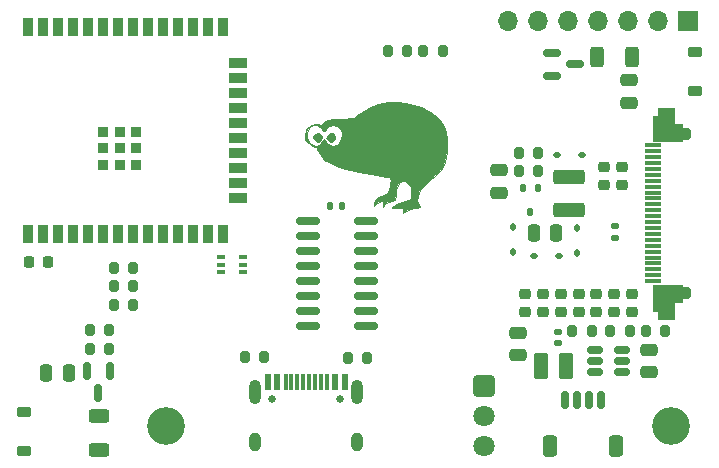
<source format=gbr>
%TF.GenerationSoftware,KiCad,Pcbnew,8.0.7*%
%TF.CreationDate,2025-01-23T23:10:57+01:00*%
%TF.ProjectId,scd30_esp,73636433-305f-4657-9370-2e6b69636164,rev?*%
%TF.SameCoordinates,Original*%
%TF.FileFunction,Soldermask,Top*%
%TF.FilePolarity,Negative*%
%FSLAX46Y46*%
G04 Gerber Fmt 4.6, Leading zero omitted, Abs format (unit mm)*
G04 Created by KiCad (PCBNEW 8.0.7) date 2025-01-23 23:10:57*
%MOMM*%
%LPD*%
G01*
G04 APERTURE LIST*
G04 Aperture macros list*
%AMRoundRect*
0 Rectangle with rounded corners*
0 $1 Rounding radius*
0 $2 $3 $4 $5 $6 $7 $8 $9 X,Y pos of 4 corners*
0 Add a 4 corners polygon primitive as box body*
4,1,4,$2,$3,$4,$5,$6,$7,$8,$9,$2,$3,0*
0 Add four circle primitives for the rounded corners*
1,1,$1+$1,$2,$3*
1,1,$1+$1,$4,$5*
1,1,$1+$1,$6,$7*
1,1,$1+$1,$8,$9*
0 Add four rect primitives between the rounded corners*
20,1,$1+$1,$2,$3,$4,$5,0*
20,1,$1+$1,$4,$5,$6,$7,0*
20,1,$1+$1,$6,$7,$8,$9,0*
20,1,$1+$1,$8,$9,$2,$3,0*%
G04 Aperture macros list end*
%ADD10C,0.010000*%
%ADD11RoundRect,0.200000X-0.200000X-0.275000X0.200000X-0.275000X0.200000X0.275000X-0.200000X0.275000X0*%
%ADD12RoundRect,0.225000X-0.250000X0.225000X-0.250000X-0.225000X0.250000X-0.225000X0.250000X0.225000X0*%
%ADD13RoundRect,0.225000X0.225000X0.250000X-0.225000X0.250000X-0.225000X-0.250000X0.225000X-0.250000X0*%
%ADD14RoundRect,0.140000X-0.170000X0.140000X-0.170000X-0.140000X0.170000X-0.140000X0.170000X0.140000X0*%
%ADD15R,1.400000X0.300000*%
%ADD16RoundRect,0.200000X0.200000X0.275000X-0.200000X0.275000X-0.200000X-0.275000X0.200000X-0.275000X0*%
%ADD17R,1.700000X1.700000*%
%ADD18O,1.700000X1.700000*%
%ADD19RoundRect,0.250000X0.625000X-0.312500X0.625000X0.312500X-0.625000X0.312500X-0.625000X-0.312500X0*%
%ADD20C,3.200000*%
%ADD21RoundRect,0.075000X0.325000X-0.075000X0.325000X0.075000X-0.325000X0.075000X-0.325000X-0.075000X0*%
%ADD22RoundRect,0.200000X0.200000X-0.300000X0.200000X0.300000X-0.200000X0.300000X-0.200000X-0.300000X0*%
%ADD23RoundRect,0.112500X0.112500X-0.187500X0.112500X0.187500X-0.112500X0.187500X-0.112500X-0.187500X0*%
%ADD24RoundRect,0.150000X-0.150000X-0.625000X0.150000X-0.625000X0.150000X0.625000X-0.150000X0.625000X0*%
%ADD25RoundRect,0.250000X-0.350000X-0.650000X0.350000X-0.650000X0.350000X0.650000X-0.350000X0.650000X0*%
%ADD26R,0.650000X0.400000*%
%ADD27C,0.650000*%
%ADD28R,0.600000X1.450000*%
%ADD29R,0.300000X1.450000*%
%ADD30O,1.000000X2.100000*%
%ADD31O,1.000000X1.600000*%
%ADD32RoundRect,0.150000X-0.587500X-0.150000X0.587500X-0.150000X0.587500X0.150000X-0.587500X0.150000X0*%
%ADD33RoundRect,0.150000X-0.825000X-0.150000X0.825000X-0.150000X0.825000X0.150000X-0.825000X0.150000X0*%
%ADD34RoundRect,0.250000X0.475000X-0.250000X0.475000X0.250000X-0.475000X0.250000X-0.475000X-0.250000X0*%
%ADD35RoundRect,0.250000X0.312500X0.625000X-0.312500X0.625000X-0.312500X-0.625000X0.312500X-0.625000X0*%
%ADD36R,0.900000X1.500000*%
%ADD37R,1.500000X0.900000*%
%ADD38R,0.900000X0.900000*%
%ADD39RoundRect,0.250000X-1.075000X0.375000X-1.075000X-0.375000X1.075000X-0.375000X1.075000X0.375000X0*%
%ADD40RoundRect,0.250000X-0.250000X-0.475000X0.250000X-0.475000X0.250000X0.475000X-0.250000X0.475000X0*%
%ADD41RoundRect,0.140000X0.140000X0.170000X-0.140000X0.170000X-0.140000X-0.170000X0.140000X-0.170000X0*%
%ADD42RoundRect,0.112500X-0.187500X-0.112500X0.187500X-0.112500X0.187500X0.112500X-0.187500X0.112500X0*%
%ADD43RoundRect,0.225000X-0.375000X0.225000X-0.375000X-0.225000X0.375000X-0.225000X0.375000X0.225000X0*%
%ADD44RoundRect,0.150000X-0.512500X-0.150000X0.512500X-0.150000X0.512500X0.150000X-0.512500X0.150000X0*%
%ADD45RoundRect,0.250000X0.250000X0.475000X-0.250000X0.475000X-0.250000X-0.475000X0.250000X-0.475000X0*%
%ADD46RoundRect,0.250200X-0.649800X0.649800X-0.649800X-0.649800X0.649800X-0.649800X0.649800X0.649800X0*%
%ADD47C,1.800000*%
%ADD48RoundRect,0.150000X-0.150000X0.587500X-0.150000X-0.587500X0.150000X-0.587500X0.150000X0.587500X0*%
%ADD49RoundRect,0.250000X0.375000X0.850000X-0.375000X0.850000X-0.375000X-0.850000X0.375000X-0.850000X0*%
%ADD50RoundRect,0.112500X0.112500X0.237500X-0.112500X0.237500X-0.112500X-0.237500X0.112500X-0.237500X0*%
%ADD51RoundRect,0.250000X-0.475000X0.250000X-0.475000X-0.250000X0.475000X-0.250000X0.475000X0.250000X0*%
%ADD52RoundRect,0.225000X0.375000X-0.225000X0.375000X0.225000X-0.375000X0.225000X-0.375000X-0.225000X0*%
G04 APERTURE END LIST*
D10*
%TO.C,J3*%
X165700000Y-88150000D02*
X166400000Y-88150000D01*
X166400000Y-89600000D01*
X163900000Y-89600000D01*
X163900000Y-87450000D01*
X164400000Y-87450000D01*
X164400000Y-86750000D01*
X165700000Y-86750000D01*
X165700000Y-88150000D01*
G36*
X165700000Y-88150000D02*
G01*
X166400000Y-88150000D01*
X166400000Y-89600000D01*
X163900000Y-89600000D01*
X163900000Y-87450000D01*
X164400000Y-87450000D01*
X164400000Y-86750000D01*
X165700000Y-86750000D01*
X165700000Y-88150000D01*
G37*
X166400000Y-103250000D02*
X165700000Y-103250000D01*
X165700000Y-104650000D01*
X164400000Y-104650000D01*
X164400000Y-103950000D01*
X163900000Y-103950000D01*
X163900000Y-101800000D01*
X166400000Y-101800000D01*
X166400000Y-103250000D01*
G36*
X166400000Y-103250000D02*
G01*
X165700000Y-103250000D01*
X165700000Y-104650000D01*
X164400000Y-104650000D01*
X164400000Y-103950000D01*
X163900000Y-103950000D01*
X163900000Y-101800000D01*
X166400000Y-101800000D01*
X166400000Y-103250000D01*
G37*
%TO.C,G\u002A\u002A\u002A*%
X136806148Y-88935709D02*
X136957675Y-89085617D01*
X136995591Y-89186409D01*
X136990035Y-89424006D01*
X136869597Y-89583970D01*
X136680419Y-89641067D01*
X136468640Y-89570063D01*
X136399714Y-89512285D01*
X136287686Y-89368433D01*
X136294031Y-89235259D01*
X136420089Y-89051290D01*
X136609649Y-88920204D01*
X136806148Y-88935709D01*
G36*
X136806148Y-88935709D02*
G01*
X136957675Y-89085617D01*
X136995591Y-89186409D01*
X136990035Y-89424006D01*
X136869597Y-89583970D01*
X136680419Y-89641067D01*
X136468640Y-89570063D01*
X136399714Y-89512285D01*
X136287686Y-89368433D01*
X136294031Y-89235259D01*
X136420089Y-89051290D01*
X136609649Y-88920204D01*
X136806148Y-88935709D01*
G37*
X135681477Y-88946842D02*
X135832006Y-89090593D01*
X135922698Y-89244418D01*
X135928000Y-89279044D01*
X135864510Y-89406230D01*
X135721001Y-89547052D01*
X135567909Y-89637457D01*
X135525214Y-89645333D01*
X135395490Y-89590710D01*
X135299047Y-89512285D01*
X135191094Y-89356386D01*
X135166000Y-89264333D01*
X135231721Y-89100494D01*
X135380867Y-88949034D01*
X135539925Y-88883333D01*
X135681477Y-88946842D01*
G36*
X135681477Y-88946842D02*
G01*
X135832006Y-89090593D01*
X135922698Y-89244418D01*
X135928000Y-89279044D01*
X135864510Y-89406230D01*
X135721001Y-89547052D01*
X135567909Y-89637457D01*
X135525214Y-89645333D01*
X135395490Y-89590710D01*
X135299047Y-89512285D01*
X135191094Y-89356386D01*
X135166000Y-89264333D01*
X135231721Y-89100494D01*
X135380867Y-88949034D01*
X135539925Y-88883333D01*
X135681477Y-88946842D01*
G37*
X143387919Y-86412640D02*
X144333817Y-86725473D01*
X144617897Y-86850277D01*
X145261726Y-87213902D01*
X145763271Y-87647037D01*
X146141455Y-88167376D01*
X146249105Y-88375333D01*
X146342579Y-88587867D01*
X146405184Y-88783714D01*
X146442999Y-89005008D01*
X146462106Y-89293888D01*
X146468583Y-89692488D01*
X146469000Y-89899333D01*
X146456755Y-90490491D01*
X146409333Y-90975422D01*
X146310705Y-91385255D01*
X146144844Y-91751121D01*
X145895719Y-92104150D01*
X145547301Y-92475471D01*
X145083563Y-92896215D01*
X144802718Y-93135456D01*
X144524360Y-93401906D01*
X144283992Y-93688996D01*
X144149370Y-93903020D01*
X144023194Y-94251007D01*
X143976915Y-94580932D01*
X144012718Y-94846732D01*
X144098333Y-94979333D01*
X144214614Y-95117107D01*
X144170273Y-95202538D01*
X143966241Y-95234024D01*
X143950167Y-95234160D01*
X143717125Y-95270896D01*
X143417622Y-95364176D01*
X143230500Y-95441932D01*
X142786000Y-95648876D01*
X142786000Y-95429447D01*
X142777846Y-95305307D01*
X142725923Y-95246079D01*
X142589037Y-95237194D01*
X142325998Y-95264083D01*
X142320333Y-95264749D01*
X142014506Y-95282497D01*
X141861604Y-95250446D01*
X141855241Y-95176196D01*
X141989036Y-95067347D01*
X142256602Y-94931499D01*
X142651557Y-94776252D01*
X142763331Y-94737379D01*
X143421000Y-94513666D01*
X143446269Y-93982089D01*
X143453571Y-93681290D01*
X143427955Y-93488641D01*
X143351626Y-93343637D01*
X143214247Y-93193221D01*
X142946932Y-93002804D01*
X142699540Y-92970999D01*
X142484188Y-93087266D01*
X142312992Y-93341062D01*
X142198071Y-93721848D01*
X142154605Y-94115035D01*
X142133200Y-94598333D01*
X141808198Y-94651171D01*
X141462159Y-94785425D01*
X141288352Y-94947504D01*
X141093508Y-95191000D01*
X141093087Y-94910127D01*
X141079886Y-94722971D01*
X141018368Y-94664741D01*
X140902167Y-94687025D01*
X140697207Y-94787971D01*
X140521167Y-94919156D01*
X140330667Y-95093517D01*
X140330667Y-94915921D01*
X140407019Y-94666871D01*
X140608837Y-94425469D01*
X140895265Y-94231145D01*
X141132423Y-94142147D01*
X141314137Y-94093428D01*
X141435376Y-94034764D01*
X141515647Y-93932372D01*
X141574460Y-93752469D01*
X141631324Y-93461271D01*
X141675594Y-93201541D01*
X141712082Y-92886404D01*
X141692707Y-92711178D01*
X141671301Y-92684660D01*
X141565110Y-92654500D01*
X141319487Y-92601391D01*
X140961940Y-92530762D01*
X140519976Y-92448042D01*
X140021102Y-92358660D01*
X140006883Y-92356167D01*
X139064163Y-92181097D01*
X138272947Y-92011267D01*
X137615737Y-91841284D01*
X137075039Y-91665755D01*
X136633355Y-91479289D01*
X136273190Y-91276494D01*
X136097333Y-91151269D01*
X135901039Y-90955169D01*
X135712215Y-90696924D01*
X135567981Y-90435106D01*
X135505460Y-90228285D01*
X135505100Y-90216833D01*
X135443216Y-90098638D01*
X135284533Y-90068666D01*
X135053633Y-89995691D01*
X134786937Y-89790870D01*
X134765963Y-89770230D01*
X134590051Y-89579764D01*
X134508506Y-89421632D01*
X134495587Y-89230024D01*
X134602813Y-89230024D01*
X134703708Y-89533192D01*
X134889163Y-89772767D01*
X135130426Y-89926685D01*
X135398748Y-89972883D01*
X135665377Y-89889295D01*
X135792341Y-89788689D01*
X135947001Y-89614080D01*
X136042492Y-89471189D01*
X136097585Y-89391335D01*
X136152174Y-89471189D01*
X136329948Y-89721103D01*
X136581726Y-89907797D01*
X136843005Y-89983919D01*
X136850763Y-89984000D01*
X137156393Y-89912585D01*
X137388308Y-89723742D01*
X137539752Y-89455575D01*
X137603974Y-89146186D01*
X137574220Y-88833679D01*
X137443737Y-88556155D01*
X137205771Y-88351719D01*
X137145131Y-88323141D01*
X136823880Y-88257522D01*
X136534827Y-88350749D01*
X136266296Y-88601843D01*
X136124116Y-88744384D01*
X136042985Y-88748853D01*
X136036833Y-88736299D01*
X135862030Y-88469682D01*
X135590309Y-88282756D01*
X135456577Y-88241087D01*
X135186300Y-88266958D01*
X134921085Y-88417878D01*
X134710862Y-88655613D01*
X134615228Y-88885328D01*
X134602813Y-89230024D01*
X134495587Y-89230024D01*
X134494912Y-89220027D01*
X134509552Y-89034425D01*
X134560090Y-88732176D01*
X134663069Y-88522132D01*
X134817791Y-88359195D01*
X135047827Y-88212143D01*
X135308488Y-88128325D01*
X135545057Y-88117069D01*
X135702815Y-88187708D01*
X135716323Y-88205982D01*
X135806317Y-88207174D01*
X135981535Y-88111292D01*
X136110841Y-88015482D01*
X136257584Y-87901958D01*
X136389168Y-87823600D01*
X136541881Y-87772300D01*
X136752015Y-87739947D01*
X137055860Y-87718432D01*
X137489706Y-87699645D01*
X137531565Y-87698000D01*
X138610087Y-87655666D01*
X139068210Y-87305289D01*
X139857482Y-86800826D01*
X140690098Y-86458836D01*
X141560049Y-86279814D01*
X142461326Y-86264251D01*
X143387919Y-86412640D01*
G36*
X143387919Y-86412640D02*
G01*
X144333817Y-86725473D01*
X144617897Y-86850277D01*
X145261726Y-87213902D01*
X145763271Y-87647037D01*
X146141455Y-88167376D01*
X146249105Y-88375333D01*
X146342579Y-88587867D01*
X146405184Y-88783714D01*
X146442999Y-89005008D01*
X146462106Y-89293888D01*
X146468583Y-89692488D01*
X146469000Y-89899333D01*
X146456755Y-90490491D01*
X146409333Y-90975422D01*
X146310705Y-91385255D01*
X146144844Y-91751121D01*
X145895719Y-92104150D01*
X145547301Y-92475471D01*
X145083563Y-92896215D01*
X144802718Y-93135456D01*
X144524360Y-93401906D01*
X144283992Y-93688996D01*
X144149370Y-93903020D01*
X144023194Y-94251007D01*
X143976915Y-94580932D01*
X144012718Y-94846732D01*
X144098333Y-94979333D01*
X144214614Y-95117107D01*
X144170273Y-95202538D01*
X143966241Y-95234024D01*
X143950167Y-95234160D01*
X143717125Y-95270896D01*
X143417622Y-95364176D01*
X143230500Y-95441932D01*
X142786000Y-95648876D01*
X142786000Y-95429447D01*
X142777846Y-95305307D01*
X142725923Y-95246079D01*
X142589037Y-95237194D01*
X142325998Y-95264083D01*
X142320333Y-95264749D01*
X142014506Y-95282497D01*
X141861604Y-95250446D01*
X141855241Y-95176196D01*
X141989036Y-95067347D01*
X142256602Y-94931499D01*
X142651557Y-94776252D01*
X142763331Y-94737379D01*
X143421000Y-94513666D01*
X143446269Y-93982089D01*
X143453571Y-93681290D01*
X143427955Y-93488641D01*
X143351626Y-93343637D01*
X143214247Y-93193221D01*
X142946932Y-93002804D01*
X142699540Y-92970999D01*
X142484188Y-93087266D01*
X142312992Y-93341062D01*
X142198071Y-93721848D01*
X142154605Y-94115035D01*
X142133200Y-94598333D01*
X141808198Y-94651171D01*
X141462159Y-94785425D01*
X141288352Y-94947504D01*
X141093508Y-95191000D01*
X141093087Y-94910127D01*
X141079886Y-94722971D01*
X141018368Y-94664741D01*
X140902167Y-94687025D01*
X140697207Y-94787971D01*
X140521167Y-94919156D01*
X140330667Y-95093517D01*
X140330667Y-94915921D01*
X140407019Y-94666871D01*
X140608837Y-94425469D01*
X140895265Y-94231145D01*
X141132423Y-94142147D01*
X141314137Y-94093428D01*
X141435376Y-94034764D01*
X141515647Y-93932372D01*
X141574460Y-93752469D01*
X141631324Y-93461271D01*
X141675594Y-93201541D01*
X141712082Y-92886404D01*
X141692707Y-92711178D01*
X141671301Y-92684660D01*
X141565110Y-92654500D01*
X141319487Y-92601391D01*
X140961940Y-92530762D01*
X140519976Y-92448042D01*
X140021102Y-92358660D01*
X140006883Y-92356167D01*
X139064163Y-92181097D01*
X138272947Y-92011267D01*
X137615737Y-91841284D01*
X137075039Y-91665755D01*
X136633355Y-91479289D01*
X136273190Y-91276494D01*
X136097333Y-91151269D01*
X135901039Y-90955169D01*
X135712215Y-90696924D01*
X135567981Y-90435106D01*
X135505460Y-90228285D01*
X135505100Y-90216833D01*
X135443216Y-90098638D01*
X135284533Y-90068666D01*
X135053633Y-89995691D01*
X134786937Y-89790870D01*
X134765963Y-89770230D01*
X134590051Y-89579764D01*
X134508506Y-89421632D01*
X134495587Y-89230024D01*
X134602813Y-89230024D01*
X134703708Y-89533192D01*
X134889163Y-89772767D01*
X135130426Y-89926685D01*
X135398748Y-89972883D01*
X135665377Y-89889295D01*
X135792341Y-89788689D01*
X135947001Y-89614080D01*
X136042492Y-89471189D01*
X136097585Y-89391335D01*
X136152174Y-89471189D01*
X136329948Y-89721103D01*
X136581726Y-89907797D01*
X136843005Y-89983919D01*
X136850763Y-89984000D01*
X137156393Y-89912585D01*
X137388308Y-89723742D01*
X137539752Y-89455575D01*
X137603974Y-89146186D01*
X137574220Y-88833679D01*
X137443737Y-88556155D01*
X137205771Y-88351719D01*
X137145131Y-88323141D01*
X136823880Y-88257522D01*
X136534827Y-88350749D01*
X136266296Y-88601843D01*
X136124116Y-88744384D01*
X136042985Y-88748853D01*
X136036833Y-88736299D01*
X135862030Y-88469682D01*
X135590309Y-88282756D01*
X135456577Y-88241087D01*
X135186300Y-88266958D01*
X134921085Y-88417878D01*
X134710862Y-88655613D01*
X134615228Y-88885328D01*
X134602813Y-89230024D01*
X134495587Y-89230024D01*
X134494912Y-89220027D01*
X134509552Y-89034425D01*
X134560090Y-88732176D01*
X134663069Y-88522132D01*
X134817791Y-88359195D01*
X135047827Y-88212143D01*
X135308488Y-88128325D01*
X135545057Y-88117069D01*
X135702815Y-88187708D01*
X135716323Y-88205982D01*
X135806317Y-88207174D01*
X135981535Y-88111292D01*
X136110841Y-88015482D01*
X136257584Y-87901958D01*
X136389168Y-87823600D01*
X136541881Y-87772300D01*
X136752015Y-87739947D01*
X137055860Y-87718432D01*
X137489706Y-87699645D01*
X137531565Y-87698000D01*
X138610087Y-87655666D01*
X139068210Y-87305289D01*
X139857482Y-86800826D01*
X140690098Y-86458836D01*
X141560049Y-86279814D01*
X142461326Y-86264251D01*
X143387919Y-86412640D01*
G37*
%TD*%
D11*
%TO.C,R12*%
X144475000Y-82000000D03*
X146125000Y-82000000D03*
%TD*%
%TO.C,R9*%
X118275000Y-103450000D03*
X119925000Y-103450000D03*
%TD*%
D12*
%TO.C,C17*%
X161300000Y-91750000D03*
X161300000Y-93300000D03*
%TD*%
D13*
%TO.C,C5*%
X112675000Y-99800000D03*
X111125000Y-99800000D03*
%TD*%
D14*
%TO.C,C20*%
X160700000Y-96820000D03*
X160700000Y-97780000D03*
%TD*%
D11*
%TO.C,R3*%
X163315000Y-105700000D03*
X164965000Y-105700000D03*
%TD*%
D15*
%TO.C,J3*%
X163900000Y-101450000D03*
X163900000Y-100950000D03*
X163900000Y-100450000D03*
X163900000Y-99950000D03*
X163900000Y-99450000D03*
X163900000Y-98950000D03*
X163900000Y-98450000D03*
X163900000Y-97950000D03*
X163900000Y-97450000D03*
X163900000Y-96950000D03*
X163900000Y-96450000D03*
X163900000Y-95950000D03*
X163900000Y-95450000D03*
X163900000Y-94950000D03*
X163900000Y-94450000D03*
X163900000Y-93950000D03*
X163900000Y-93450000D03*
X163900000Y-92950000D03*
X163900000Y-92450000D03*
X163900000Y-91950000D03*
X163900000Y-91450000D03*
X163900000Y-90950000D03*
X163900000Y-90450000D03*
X163900000Y-89950000D03*
%TD*%
D12*
%TO.C,C16*%
X153137500Y-102525000D03*
X153137500Y-104075000D03*
%TD*%
D16*
%TO.C,R13*%
X143125000Y-82000000D03*
X141475000Y-82000000D03*
%TD*%
D17*
%TO.C,J1*%
X166925000Y-79400000D03*
D18*
X164385000Y-79400000D03*
X161845000Y-79400000D03*
X159305000Y-79400000D03*
X156765000Y-79400000D03*
X154225000Y-79400000D03*
X151685000Y-79400000D03*
%TD*%
D11*
%TO.C,R4*%
X138075000Y-107950000D03*
X139725000Y-107950000D03*
%TD*%
D12*
%TO.C,C13*%
X157637500Y-102525000D03*
X157637500Y-104075000D03*
%TD*%
D16*
%TO.C,R6*%
X154225000Y-92100000D03*
X152575000Y-92100000D03*
%TD*%
D12*
%TO.C,C10*%
X162137500Y-102525000D03*
X162137500Y-104075000D03*
%TD*%
D19*
%TO.C,R16*%
X117000000Y-115762500D03*
X117000000Y-112837500D03*
%TD*%
D20*
%TO.C,REF\u002A\u002A*%
X122700000Y-113700000D03*
%TD*%
D21*
%TO.C,REF\u002A\u002A*%
X164200000Y-101450000D03*
X164200000Y-100950000D03*
X164200000Y-100450000D03*
X164200000Y-99950000D03*
X164200000Y-99450000D03*
X164200000Y-98950000D03*
X164200000Y-98450000D03*
X164200000Y-97950000D03*
X164200000Y-97450000D03*
X164200000Y-96950000D03*
X164200000Y-96450000D03*
X164200000Y-95950000D03*
X164200000Y-95450000D03*
X164200000Y-94950000D03*
X164200000Y-94450000D03*
X164200000Y-93950000D03*
X164200000Y-93450000D03*
X164200000Y-92950000D03*
X164200000Y-92450000D03*
X164200000Y-91950000D03*
X164200000Y-91450000D03*
X164200000Y-90950000D03*
X164200000Y-90450000D03*
X164200000Y-89950000D03*
D22*
X166700000Y-102450000D03*
X166700000Y-88950000D03*
%TD*%
D23*
%TO.C,D2*%
X152100000Y-99000000D03*
X152100000Y-96900000D03*
%TD*%
D24*
%TO.C,J4*%
X156500000Y-111500000D03*
X157500000Y-111500000D03*
X158500000Y-111500000D03*
X159500000Y-111500000D03*
D25*
X155200000Y-115375000D03*
X160800000Y-115375000D03*
%TD*%
D26*
%TO.C,Q3*%
X129250000Y-100700000D03*
X129250000Y-100050000D03*
X129250000Y-99400000D03*
X127350000Y-99400000D03*
X127350000Y-100050000D03*
X127350000Y-100700000D03*
%TD*%
D27*
%TO.C,J2*%
X131685000Y-111400000D03*
X137465000Y-111400000D03*
D28*
X131325000Y-109955000D03*
X132125000Y-109955000D03*
D29*
X133325000Y-109955000D03*
X134325000Y-109955000D03*
X134825000Y-109955000D03*
X135825000Y-109955000D03*
D28*
X137025000Y-109955000D03*
X137825000Y-109955000D03*
X137825000Y-109955000D03*
X137025000Y-109955000D03*
D29*
X136325000Y-109955000D03*
X135325000Y-109955000D03*
X133825000Y-109955000D03*
X132825000Y-109955000D03*
D28*
X132125000Y-109955000D03*
X131325000Y-109955000D03*
D30*
X130255000Y-110870000D03*
D31*
X130255000Y-115050000D03*
D30*
X138895000Y-110870000D03*
D31*
X138895000Y-115050000D03*
%TD*%
D32*
%TO.C,Q2*%
X155425000Y-82150000D03*
X155425000Y-84050000D03*
X157300000Y-83100000D03*
%TD*%
D11*
%TO.C,R1*%
X157100000Y-105700000D03*
X158750000Y-105700000D03*
%TD*%
D33*
%TO.C,U3*%
X134725000Y-96355000D03*
X134725000Y-97625000D03*
X134725000Y-98895000D03*
X134725000Y-100165000D03*
X134725000Y-101435000D03*
X134725000Y-102705000D03*
X134725000Y-103975000D03*
X134725000Y-105245000D03*
X139675000Y-105245000D03*
X139675000Y-103975000D03*
X139675000Y-102705000D03*
X139675000Y-101435000D03*
X139675000Y-100165000D03*
X139675000Y-98895000D03*
X139675000Y-97625000D03*
X139675000Y-96355000D03*
%TD*%
D12*
%TO.C,C15*%
X154637500Y-102525000D03*
X154637500Y-104075000D03*
%TD*%
D34*
%TO.C,C9*%
X150900000Y-93950000D03*
X150900000Y-92050000D03*
%TD*%
D12*
%TO.C,C18*%
X159800000Y-91750000D03*
X159800000Y-93300000D03*
%TD*%
D35*
%TO.C,R11*%
X162125000Y-82500000D03*
X159200000Y-82500000D03*
%TD*%
D36*
%TO.C,U2*%
X111050000Y-97450000D03*
X112320000Y-97450000D03*
X113590000Y-97450000D03*
X114860000Y-97450000D03*
X116130000Y-97450000D03*
X117400000Y-97450000D03*
X118670000Y-97450000D03*
X119940000Y-97450000D03*
X121210000Y-97450000D03*
X122480000Y-97450000D03*
X123750000Y-97450000D03*
X125020000Y-97450000D03*
X126290000Y-97450000D03*
X127560000Y-97450000D03*
D37*
X128810000Y-94420000D03*
X128810000Y-93150000D03*
X128810000Y-91880000D03*
X128810000Y-90610000D03*
X128810000Y-89340000D03*
X128810000Y-88070000D03*
X128810000Y-86800000D03*
X128810000Y-85530000D03*
X128810000Y-84260000D03*
X128810000Y-82990000D03*
D36*
X127560000Y-79950000D03*
X126290000Y-79950000D03*
X125020000Y-79950000D03*
X123750000Y-79950000D03*
X122480000Y-79950000D03*
X121210000Y-79950000D03*
X119940000Y-79950000D03*
X118670000Y-79950000D03*
X117400000Y-79950000D03*
X116130000Y-79950000D03*
X114860000Y-79950000D03*
X113590000Y-79950000D03*
X112320000Y-79950000D03*
X111050000Y-79950000D03*
D38*
X117370000Y-91600000D03*
X117370000Y-91600000D03*
X118770000Y-91600000D03*
X120170000Y-91600000D03*
X120170000Y-91600000D03*
X117370000Y-90200000D03*
X118770000Y-90200000D03*
X120170000Y-90200000D03*
X120170000Y-90200000D03*
X117370000Y-88800000D03*
X118770000Y-88800000D03*
X120170000Y-88800000D03*
%TD*%
D11*
%TO.C,R15*%
X116250000Y-107200000D03*
X117900000Y-107200000D03*
%TD*%
D39*
%TO.C,L2*%
X156800000Y-92650000D03*
X156800000Y-95450000D03*
%TD*%
D16*
%TO.C,R5*%
X131025000Y-107900000D03*
X129375000Y-107900000D03*
%TD*%
D12*
%TO.C,C11*%
X160637500Y-102525000D03*
X160637500Y-104075000D03*
%TD*%
D11*
%TO.C,R14*%
X116250000Y-105600000D03*
X117900000Y-105600000D03*
%TD*%
D34*
%TO.C,C2*%
X152500000Y-107700000D03*
X152500000Y-105800000D03*
%TD*%
D40*
%TO.C,C7*%
X112550000Y-109200000D03*
X114450000Y-109200000D03*
%TD*%
D41*
%TO.C,C4*%
X137575000Y-95095000D03*
X136615000Y-95095000D03*
%TD*%
D42*
%TO.C,D3*%
X153850000Y-99350000D03*
X155950000Y-99350000D03*
%TD*%
%TO.C,D1*%
X155800000Y-90750000D03*
X157900000Y-90750000D03*
%TD*%
D43*
%TO.C,D5*%
X167500000Y-82050000D03*
X167500000Y-85350000D03*
%TD*%
D14*
%TO.C,C1*%
X155900000Y-105720000D03*
X155900000Y-106680000D03*
%TD*%
D16*
%TO.C,R7*%
X154225000Y-90600000D03*
X152575000Y-90600000D03*
%TD*%
D44*
%TO.C,U1*%
X159062500Y-107260000D03*
X159062500Y-108210000D03*
X159062500Y-109160000D03*
X161337500Y-109160000D03*
X161337500Y-108210000D03*
X161337500Y-107260000D03*
%TD*%
D11*
%TO.C,R8*%
X118275000Y-101900000D03*
X119925000Y-101900000D03*
%TD*%
D12*
%TO.C,C14*%
X156137500Y-102525000D03*
X156137500Y-104075000D03*
%TD*%
D45*
%TO.C,C8*%
X155750000Y-97350000D03*
X153850000Y-97350000D03*
%TD*%
D20*
%TO.C,REF\u002A\u002A*%
X165500000Y-113700000D03*
%TD*%
D23*
%TO.C,D4*%
X157500000Y-99050000D03*
X157500000Y-96950000D03*
%TD*%
D11*
%TO.C,R10*%
X118275000Y-100300000D03*
X119925000Y-100300000D03*
%TD*%
D46*
%TO.C,U4*%
X149625000Y-110310000D03*
D47*
X149625000Y-112850000D03*
X149625000Y-115390000D03*
%TD*%
D11*
%TO.C,R2*%
X160315000Y-105700000D03*
X161965000Y-105700000D03*
%TD*%
D48*
%TO.C,Q4*%
X117925000Y-109062500D03*
X116025000Y-109062500D03*
X116975000Y-110937500D03*
%TD*%
D49*
%TO.C,L1*%
X156575000Y-108600000D03*
X154425000Y-108600000D03*
%TD*%
D50*
%TO.C,Q1*%
X154200000Y-93600000D03*
X152900000Y-93600000D03*
X153550000Y-95600000D03*
%TD*%
D34*
%TO.C,C3*%
X163600000Y-109160000D03*
X163600000Y-107260000D03*
%TD*%
D12*
%TO.C,C12*%
X159137500Y-102525000D03*
X159137500Y-104075000D03*
%TD*%
D51*
%TO.C,C6*%
X161900000Y-84450000D03*
X161900000Y-86350000D03*
%TD*%
D52*
%TO.C,D6*%
X110700000Y-115850000D03*
X110700000Y-112550000D03*
%TD*%
M02*

</source>
